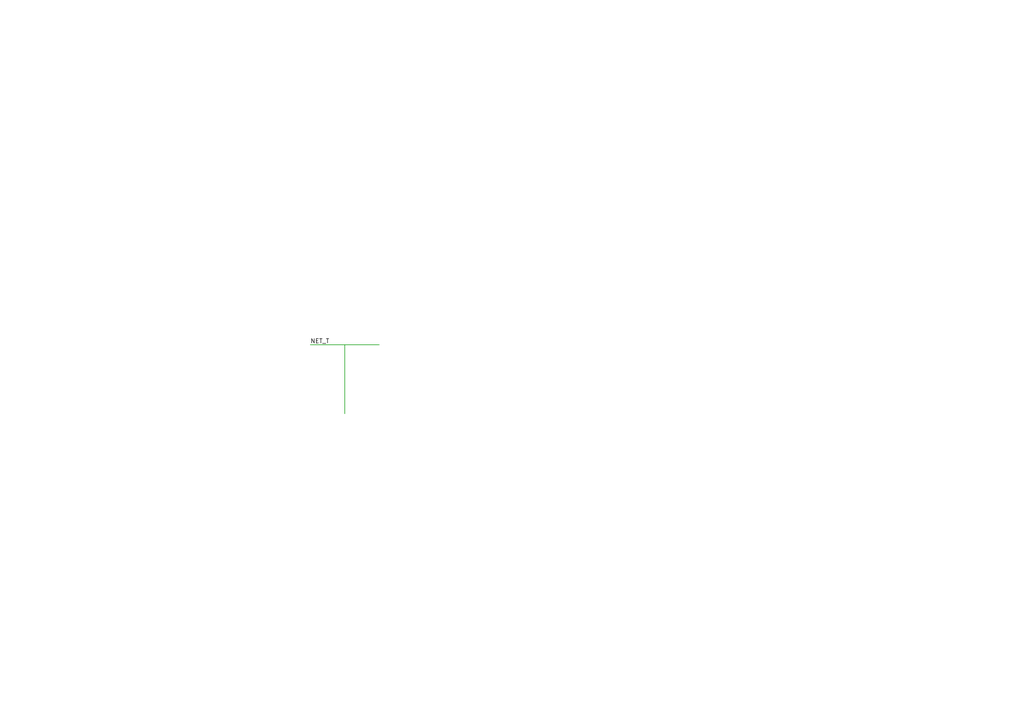
<source format=kicad_sch>
(kicad_sch
	(version 20250114)
	(generator "eeschema")
	(generator_version "9.0")
	(uuid "66666666-6666-6666-6666-666666666666")
	(paper "A4")
	(title_block
		(title "Wire T Junction")
	)
	(lib_symbols)
	(wire
		(pts
			(xy 90 100) (xy 110 100)
		)
		(stroke
			(width 0)
			(type default)
		)
		(uuid "77777777-7777-7777-7777-777777777777")
	)
	(wire
		(pts
			(xy 100 100) (xy 100 120)
		)
		(stroke
			(width 0)
			(type default)
		)
		(uuid "88888888-8888-8888-8888-888888888888")
	)
	(label "NET_T"
		(at 90 100 0)
		(effects
			(font
				(size 1.27 1.27)
			)
			(justify left bottom)
		)
		(uuid "99999999-9999-9999-9999-999999999999")
	)
	(sheet_instances
		(path "/"
			(page "1")
		)
	)
	(embedded_fonts no)
)

</source>
